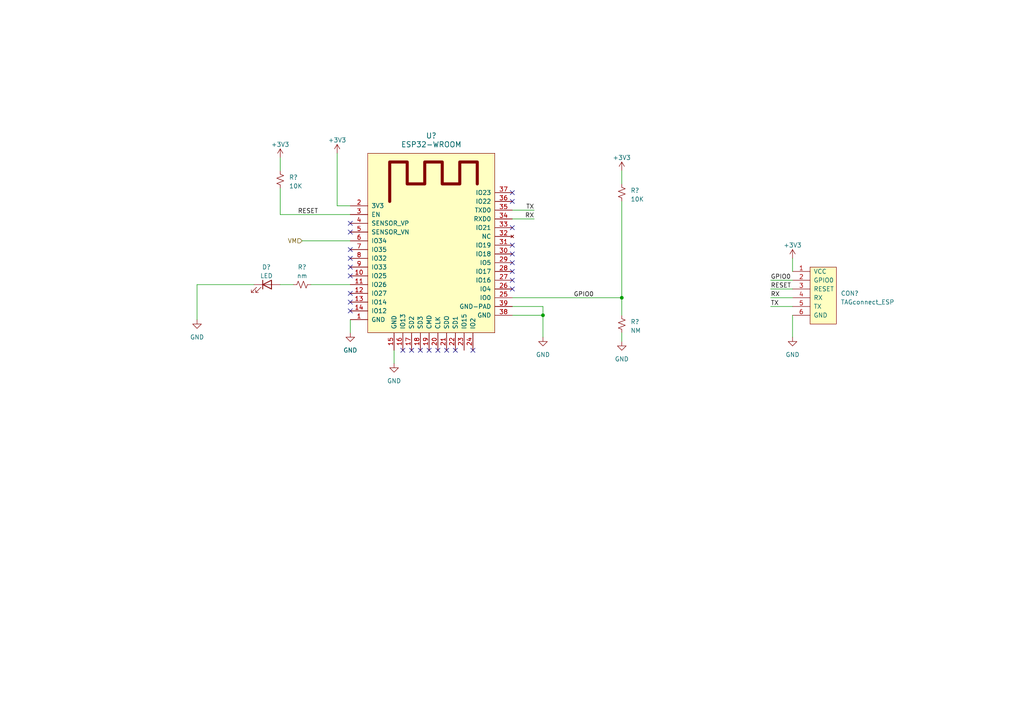
<source format=kicad_sch>
(kicad_sch (version 20210406) (generator eeschema)
  (paper "A4")
  (lib_symbols
    (symbol "Device:LED" (pin_numbers hide) (pin_names (offset 1.016) hide)
      (property "Reference" "D" (at 0 2.54 0))
      (property "Value" "LED" (at 0 -2.54 0))
      (symbol "LED_0_1"
        (polyline (pts (xy -1.27 -1.27) (xy -1.27 1.27)) (stroke (width 0.254)))
        (polyline (pts (xy -1.27 0) (xy 1.27 0)))
        (polyline (pts (xy 1.27 -1.27) (xy 1.27 1.27) (xy -1.27 0) (xy 1.27 -1.27)) (stroke (width 0.254)))
        (polyline (pts (xy -3.048 -0.762) (xy -4.572 -2.286) (xy -3.81 -2.286) (xy -4.572 -2.286) (xy -4.572 -1.524)))
        (polyline (pts (xy -1.778 -0.762) (xy -3.302 -2.286) (xy -2.54 -2.286) (xy -3.302 -2.286) (xy -3.302 -1.524)))
      )
      (symbol "LED_1_1"
        (pin passive line (at -3.81 0 0) (length 2.54) (name "K") (number "1"))
        (pin passive line (at 3.81 0 180) (length 2.54) (name "A") (number "2"))
      )
    )
    (symbol "Device:R_Small_US" (pin_numbers hide) (pin_names (offset 0.254) hide)
      (property "Reference" "R" (at 0.762 0.508 0))
      (property "Value" "R_Small_US" (at 0.762 -1.016 0))
      (symbol "R_Small_US_1_1"
        (polyline (pts (xy 0 0) (xy 1.016 -0.381) (xy 0 -0.762) (xy -1.016 -1.143) (xy 0 -1.524)))
        (polyline (pts (xy 0 1.524) (xy 1.016 1.143) (xy 0 0.762) (xy -1.016 0.381) (xy 0 0)))
        (pin passive line (at 0 2.54 270) (length 1.016) (name "~") (number "1"))
        (pin passive line (at 0 -2.54 90) (length 1.016) (name "~") (number "2"))
      )
    )
    (symbol "ESP32:ESP32-WROOM" (pin_names (offset 1.016))
      (property "Reference" "U" (at -17.78 31.75 0))
      (property "Value" "ESP32-WROOM" (at 12.7 31.75 0))
      (symbol "ESP32-WROOM_0_1"
        (rectangle (start -19.05 30.48) (end 17.78 -21.59) (fill (type background)))
        (polyline (pts (xy -12.7 16.51) (xy -12.7 27.94) (xy -7.62 27.94) (xy -7.62 21.59) (xy -2.54 21.59) (xy -2.54 27.94) (xy 2.54 27.94) (xy 2.54 21.59) (xy 7.62 21.59) (xy 7.62 27.94) (xy 12.7 27.94) (xy 12.7 21.59)) (stroke (width 0.889)))
      )
      (symbol "ESP32-WROOM_1_1"
        (pin power_out line (at -24.13 -17.78 0) (length 5.08) (name "GND") (number "1"))
        (pin bidirectional line (at -24.13 -5.08 0) (length 5.08) (name "IO25") (number "10"))
        (pin bidirectional line (at -24.13 -7.62 0) (length 5.08) (name "IO26") (number "11"))
        (pin bidirectional line (at -24.13 -10.16 0) (length 5.08) (name "IO27") (number "12"))
        (pin bidirectional line (at -24.13 -12.7 0) (length 5.08) (name "IO14") (number "13"))
        (pin bidirectional line (at -24.13 -15.24 0) (length 5.08) (name "IO12") (number "14"))
        (pin power_in line (at -11.43 -26.67 90) (length 5.08) (name "GND") (number "15"))
        (pin bidirectional line (at -8.89 -26.67 90) (length 5.08) (name "IO13") (number "16"))
        (pin bidirectional line (at -6.35 -26.67 90) (length 5.08) (name "SD2") (number "17"))
        (pin bidirectional line (at -3.81 -26.67 90) (length 5.08) (name "SD3") (number "18"))
        (pin bidirectional line (at -1.27 -26.67 90) (length 5.08) (name "CMD") (number "19"))
        (pin power_in line (at -24.13 15.24 0) (length 5.08) (name "3V3") (number "2"))
        (pin input line (at 1.27 -26.67 90) (length 5.08) (name "CLK") (number "20"))
        (pin bidirectional line (at 3.81 -26.67 90) (length 5.08) (name "SDO") (number "21"))
        (pin bidirectional line (at 6.35 -26.67 90) (length 5.08) (name "SD1") (number "22"))
        (pin bidirectional line (at 8.89 -26.67 90) (length 5.08) (name "IO15") (number "23"))
        (pin bidirectional line (at 11.43 -26.67 90) (length 5.08) (name "IO2") (number "24"))
        (pin bidirectional line (at 22.86 -11.43 180) (length 5.08) (name "IO0") (number "25"))
        (pin input line (at 22.86 -8.89 180) (length 5.08) (name "IO4") (number "26"))
        (pin bidirectional line (at 22.86 -6.35 180) (length 5.08) (name "IO16") (number "27"))
        (pin bidirectional line (at 22.86 -3.81 180) (length 5.08) (name "IO17") (number "28"))
        (pin bidirectional line (at 22.86 -1.27 180) (length 5.08) (name "IO5") (number "29"))
        (pin input line (at -24.13 12.7 0) (length 5.08) (name "EN") (number "3"))
        (pin input line (at 22.86 1.27 180) (length 5.08) (name "IO18") (number "30"))
        (pin bidirectional line (at 22.86 3.81 180) (length 5.08) (name "IO19") (number "31"))
        (pin no_connect line (at 22.86 6.35 180) (length 5.08) (name "NC") (number "32"))
        (pin bidirectional line (at 22.86 8.89 180) (length 5.08) (name "IO21") (number "33"))
        (pin bidirectional line (at 22.86 11.43 180) (length 5.08) (name "RXD0") (number "34"))
        (pin bidirectional line (at 22.86 13.97 180) (length 5.08) (name "TXD0") (number "35"))
        (pin bidirectional line (at 22.86 16.51 180) (length 5.08) (name "IO22") (number "36"))
        (pin bidirectional line (at 22.86 19.05 180) (length 5.08) (name "IO23") (number "37"))
        (pin power_in line (at 22.86 -16.51 180) (length 5.08) (name "GND") (number "38"))
        (pin power_in line (at 22.86 -13.97 180) (length 5.08) (name "GND-PAD") (number "39"))
        (pin input line (at -24.13 10.16 0) (length 5.08) (name "SENSOR_VP") (number "4"))
        (pin input line (at -24.13 7.62 0) (length 5.08) (name "SENSOR_VN") (number "5"))
        (pin bidirectional line (at -24.13 5.08 0) (length 5.08) (name "IO34") (number "6"))
        (pin bidirectional line (at -24.13 2.54 0) (length 5.08) (name "IO35") (number "7"))
        (pin bidirectional line (at -24.13 0 0) (length 5.08) (name "IO32") (number "8"))
        (pin bidirectional line (at -24.13 -2.54 0) (length 5.08) (name "IO33") (number "9"))
      )
    )
    (symbol "conectors:TAGconnect_ESP" (pin_names (offset 1.016))
      (property "Reference" "CON" (at 6.35 -8.89 90))
      (property "Value" "TAGconnect_ESP" (at 2.54 2.54 0))
      (symbol "TAGconnect_ESP_0_1"
        (rectangle (start 0 1.27) (end 7.62 -15.24) (fill (type background)))
      )
      (symbol "TAGconnect_ESP_1_1"
        (pin unspecified line (at -5.08 0 0) (length 5.08) (name "VCC") (number "1"))
        (pin unspecified line (at -5.08 -2.54 0) (length 5.08) (name "GPIO0") (number "2"))
        (pin unspecified line (at -5.08 -5.08 0) (length 5.08) (name "RESET") (number "3"))
        (pin unspecified line (at -5.08 -7.62 0) (length 5.08) (name "RX") (number "4"))
        (pin unspecified line (at -5.08 -10.16 0) (length 5.08) (name "TX") (number "5"))
        (pin unspecified line (at -5.08 -12.7 0) (length 5.08) (name "GND") (number "6"))
      )
    )
    (symbol "power:+3V3" (power) (pin_names (offset 0))
      (property "Value" "+3V3" (at 0 3.556 0))
      (symbol "+3V3_0_1"
        (polyline (pts (xy -0.762 1.27) (xy 0 2.54)))
        (polyline (pts (xy 0 0) (xy 0 2.54)))
        (polyline (pts (xy 0 2.54) (xy 0.762 1.27)))
      )
      (symbol "+3V3_1_1"
        (pin power_in line (at 0 0 90) (length 0) hide (name "+3V3") (number "1"))
      )
    )
    (symbol "power:GND" (power) (pin_names (offset 0))
      (property "Value" "GND" (at 0 -3.81 0))
      (symbol "GND_0_1"
        (polyline (pts (xy 0 0) (xy 0 -1.27) (xy 1.27 -1.27) (xy 0 -2.54) (xy -1.27 -1.27) (xy 0 -1.27)))
      )
      (symbol "GND_1_1"
        (pin power_in line (at 0 0 270) (length 0) hide (name "GND") (number "1"))
      )
    )
  )
  (junction (at 157.48 91.44) (diameter 0.9144))
  (junction (at 180.34 86.36) (diameter 0.9144))
  (no_connect (at 101.6 64.77))
  (no_connect (at 101.6 67.31))
  (no_connect (at 101.6 72.39))
  (no_connect (at 101.6 74.93))
  (no_connect (at 101.6 77.47))
  (no_connect (at 101.6 80.01))
  (no_connect (at 101.6 85.09))
  (no_connect (at 101.6 87.63))
  (no_connect (at 101.6 90.17))
  (no_connect (at 116.84 101.6))
  (no_connect (at 119.38 101.6))
  (no_connect (at 121.92 101.6))
  (no_connect (at 124.46 101.6))
  (no_connect (at 127 101.6))
  (no_connect (at 129.54 101.6))
  (no_connect (at 132.08 101.6))
  (no_connect (at 137.16 101.6))
  (no_connect (at 148.59 55.88))
  (no_connect (at 148.59 58.42))
  (no_connect (at 148.59 66.04))
  (no_connect (at 148.59 71.12))
  (no_connect (at 148.59 73.66))
  (no_connect (at 148.59 76.2))
  (no_connect (at 148.59 78.74))
  (no_connect (at 148.59 81.28))
  (no_connect (at 148.59 83.82))
  (wire (pts (xy 57.15 82.55) (xy 57.15 92.71)))
  (wire (pts (xy 73.66 82.55) (xy 57.15 82.55)))
  (wire (pts (xy 81.28 45.72) (xy 81.28 49.53)))
  (wire (pts (xy 81.28 54.61) (xy 81.28 62.23)))
  (wire (pts (xy 81.28 82.55) (xy 85.09 82.55)))
  (wire (pts (xy 87.63 69.85) (xy 101.6 69.85)))
  (wire (pts (xy 90.17 82.55) (xy 101.6 82.55)))
  (wire (pts (xy 97.79 44.45) (xy 97.79 59.69)))
  (wire (pts (xy 101.6 59.69) (xy 97.79 59.69)))
  (wire (pts (xy 101.6 62.23) (xy 81.28 62.23)))
  (wire (pts (xy 101.6 92.71) (xy 101.6 96.52)))
  (wire (pts (xy 114.3 101.6) (xy 114.3 105.41)))
  (wire (pts (xy 148.59 86.36) (xy 180.34 86.36)))
  (wire (pts (xy 148.59 88.9) (xy 157.48 88.9)))
  (wire (pts (xy 148.59 91.44) (xy 157.48 91.44)))
  (wire (pts (xy 154.94 60.96) (xy 148.59 60.96)))
  (wire (pts (xy 154.94 63.5) (xy 148.59 63.5)))
  (wire (pts (xy 157.48 88.9) (xy 157.48 91.44)))
  (wire (pts (xy 157.48 91.44) (xy 157.48 97.79)))
  (wire (pts (xy 180.34 49.53) (xy 180.34 53.34)))
  (wire (pts (xy 180.34 58.42) (xy 180.34 86.36)))
  (wire (pts (xy 180.34 86.36) (xy 180.34 91.44)))
  (wire (pts (xy 180.34 96.52) (xy 180.34 99.06)))
  (wire (pts (xy 223.52 81.28) (xy 229.87 81.28)))
  (wire (pts (xy 223.52 83.82) (xy 229.87 83.82)))
  (wire (pts (xy 223.52 86.36) (xy 229.87 86.36)))
  (wire (pts (xy 223.52 88.9) (xy 229.87 88.9)))
  (wire (pts (xy 229.87 74.93) (xy 229.87 78.74)))
  (wire (pts (xy 229.87 91.44) (xy 229.87 97.79)))
  (label "RESET" (at 86.36 62.23 0))
  (label "TX" (at 154.94 60.96 180))
  (label "RX" (at 154.94 63.5 180))
  (label "GPIO0" (at 166.37 86.36 0))
  (label "GPIO0" (at 223.52 81.28 0))
  (label "RESET" (at 223.52 83.82 0))
  (label "RX" (at 223.52 86.36 0))
  (label "TX" (at 223.52 88.9 0))
  (hierarchical_label "VM" (shape input) (at 87.63 69.85 180))
  (symbol (lib_id "power:+3V3") (at 81.28 45.72 0) (unit 1)
    (property "Reference" "#PWR?" (effects hide))
    (property "Value" "+3V3" (at 81.28 41.91 0))
  )
  (symbol (lib_id "power:+3V3") (at 97.79 44.45 0) (unit 1)
    (property "Reference" "#PWR?" (effects hide))
    (property "Value" "+3V3" (at 97.79 40.64 0))
  )
  (symbol (lib_id "power:+3V3") (at 180.34 49.53 0) (unit 1)
    (property "Reference" "#PWR?" (effects hide))
    (property "Value" "+3V3" (at 180.34 45.72 0))
  )
  (symbol (lib_id "power:+3V3") (at 229.87 74.93 0) (unit 1)
    (property "Reference" "#PWR?" (effects hide))
    (property "Value" "+3V3" (at 229.87 71.12 0))
  )
  (symbol (lib_id "power:GND") (at 57.15 92.71 0) (unit 1)
    (property "Reference" "#PWR?" (effects hide))
    (property "Value" "GND" (at 57.15 97.79 0))
  )
  (symbol (lib_id "power:GND") (at 101.6 96.52 0) (unit 1)
    (property "Reference" "#PWR?" (effects hide))
    (property "Value" "GND" (at 101.6 101.6 0))
  )
  (symbol (lib_id "power:GND") (at 114.3 105.41 0) (unit 1)
    (property "Reference" "#PWR?" (effects hide))
    (property "Value" "GND" (at 114.3 110.49 0))
  )
  (symbol (lib_id "power:GND") (at 157.48 97.79 0) (unit 1)
    (property "Reference" "#PWR?" (effects hide))
    (property "Value" "GND" (at 157.48 102.87 0))
  )
  (symbol (lib_id "power:GND") (at 180.34 99.06 0) (unit 1)
    (property "Reference" "#PWR?" (effects hide))
    (property "Value" "GND" (at 180.34 104.14 0))
  )
  (symbol (lib_id "power:GND") (at 229.87 97.79 0) (unit 1)
    (property "Reference" "#PWR?" (effects hide))
    (property "Value" "GND" (at 229.87 102.87 0))
  )
  (symbol (lib_id "Device:R_Small_US") (at 81.28 52.07 0) (unit 1)
    (property "Reference" "R?" (at 83.82 51.4349 0) (effects (justify left)))
    (property "Value" "10K" (at 83.82 53.9749 0) (effects (justify left)))
    (property "Footprint" "vanalles:0603RL" (effects hide))
  )
  (symbol (lib_id "Device:R_Small_US") (at 87.63 82.55 90) (unit 1)
    (property "Reference" "R?" (at 87.63 77.47 90))
    (property "Value" "nm" (at 87.63 80.01 90))
    (property "Footprint" "vanalles:0603RL" (effects hide))
  )
  (symbol (lib_id "Device:R_Small_US") (at 180.34 55.88 0) (unit 1)
    (property "Reference" "R?" (at 182.88 55.2449 0) (effects (justify left)))
    (property "Value" "10K" (at 182.88 57.7849 0) (effects (justify left)))
    (property "Footprint" "vanalles:0603RL" (effects hide))
  )
  (symbol (lib_id "Device:R_Small_US") (at 180.34 93.98 0) (unit 1)
    (property "Reference" "R?" (at 182.88 93.3449 0) (effects (justify left)))
    (property "Value" "NM" (at 182.88 95.8849 0) (effects (justify left)))
    (property "Footprint" "vanalles:0603RL" (effects hide))
  )
  (symbol (lib_id "Device:LED") (at 77.47 82.55 0) (unit 1)
    (property "Reference" "D?" (at 77.2795 77.47 0))
    (property "Value" "LED" (at 77.2795 80.01 0))
    (property "Footprint" "halfgeleiders:led0603" (effects hide))
  )
  (symbol (lib_id "conectors:TAGconnect_ESP") (at 234.95 78.74 0) (unit 1)
    (property "Reference" "CON?" (at 243.84 85.0899 0) (effects (justify left)))
    (property "Value" "TAGconnect_ESP" (at 243.84 87.6299 0) (effects (justify left)))
    (property "Footprint" "connectors_user:Tag-Connect_TC2030-IDC-NL_2x03_P1.27mm_Vertical" (effects hide))
  )
  (symbol (lib_id "ESP32:ESP32-WROOM") (at 125.73 74.93 0) (unit 1)
    (property "Reference" "U?" (at 125.095 39.37 0) (effects (font (size 1.524 1.524))))
    (property "Value" "ESP32-WROOM" (at 125.095 41.91 0) (effects (font (size 1.524 1.524))))
    (property "Footprint" "Module:ESP32-WROOM-32" (effects hide))
  )
)
</source>
